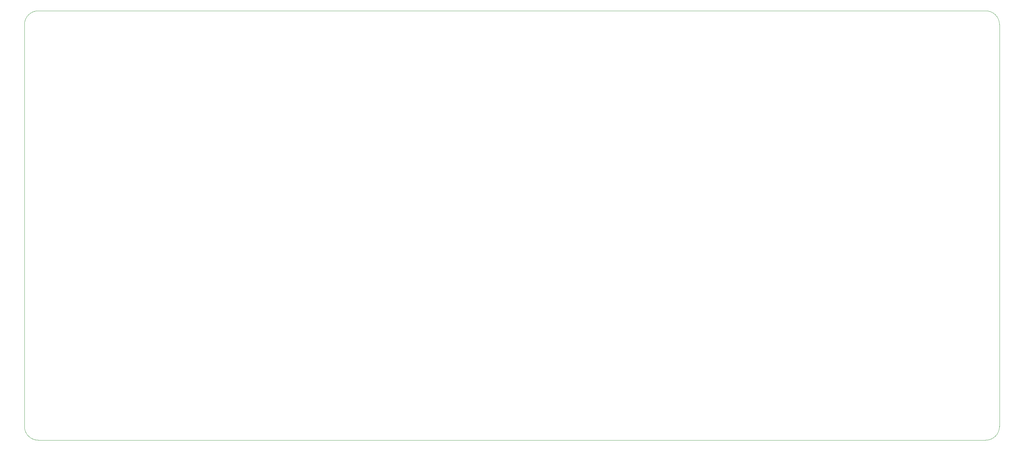
<source format=gm1>
G04 #@! TF.GenerationSoftware,KiCad,Pcbnew,9.0.1*
G04 #@! TF.CreationDate,2025-08-06T03:01:25-05:00*
G04 #@! TF.ProjectId,TractionInverter,54726163-7469-46f6-9e49-6e7665727465,rev?*
G04 #@! TF.SameCoordinates,Original*
G04 #@! TF.FileFunction,Profile,NP*
%FSLAX46Y46*%
G04 Gerber Fmt 4.6, Leading zero omitted, Abs format (unit mm)*
G04 Created by KiCad (PCBNEW 9.0.1) date 2025-08-06 03:01:25*
%MOMM*%
%LPD*%
G01*
G04 APERTURE LIST*
G04 #@! TA.AperFunction,Profile*
%ADD10C,0.050000*%
G04 #@! TD*
G04 APERTURE END LIST*
D10*
X279750000Y-38000000D02*
X279750000Y-148250000D01*
X16500000Y-34250000D02*
X276000000Y-34250000D01*
X12750000Y-148250000D02*
X12750000Y-38000000D01*
X276000000Y-152000000D02*
X16500000Y-152000000D01*
X279750000Y-148250000D02*
G75*
G02*
X276000000Y-152000000I-3750001J1D01*
G01*
X276000000Y-34250000D02*
G75*
G02*
X279750000Y-38000000I-1J-3750001D01*
G01*
X12750000Y-38000000D02*
G75*
G02*
X16500000Y-34250000I3750001J-1D01*
G01*
X16500000Y-152000000D02*
G75*
G02*
X12750000Y-148250000I0J3750000D01*
G01*
M02*

</source>
